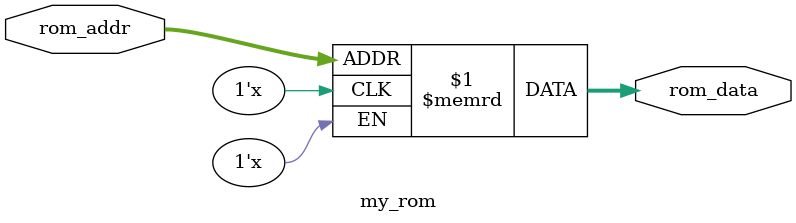
<source format=v>
/*
This module contains the ROM related stuff for this prticular implementation.
In this case it also has the assembly code for the ROM.

FIXME:
Write mode appears to be stuck in "write" on LU.
*/
//`include "mc14500b_8.json"

module my_rom(rom_data, rom_addr);
  input [6:0]rom_addr;
  //output [7:0]rom_data;

  
    reg [7:0] rom[0:127];
  output [7:0]rom_data;
  assign rom_data = rom[rom_addr];

  //all the outputs seem to wiggle now.
   initial begin
`ifdef EXT_INLINE_ASM
    // yeehaw
     rom = '{
      __asm
      
.arch mc14500b_8
.org 0
.len 128
      
Start:
      nopf
      ld i1
      and s0
      sto o0
      ldc i2
      ld rr
      andc rr
      or i7
      sto s0
      
      ld rr
      and rr
      andc rr
      skz
      jmp
      rtn
      
      
Loop:
      nopf

      __endasm
    };
`endif
  end  
  
endmodule


</source>
